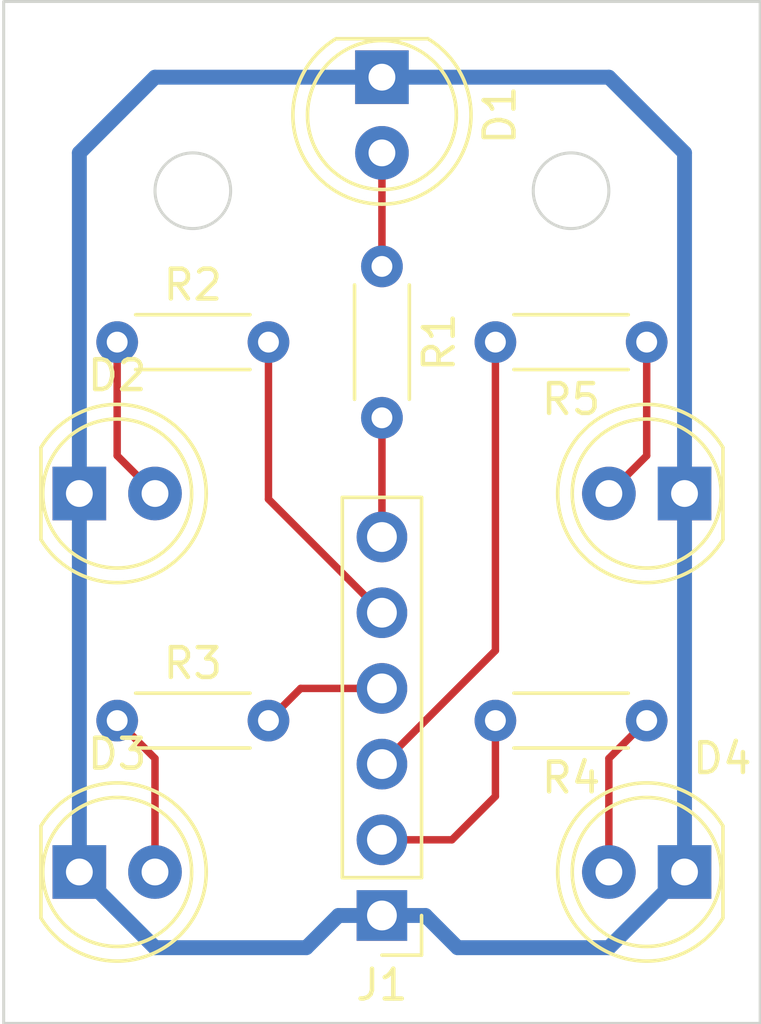
<source format=kicad_pcb>
(kicad_pcb (version 20221018) (generator pcbnew)
  (layers (0 "F.Cu" signal) (31 "B.Cu" signal) (34 "B.Paste" user) (35 "F.Paste" user) (36 "B.SilkS" user "B.Silkscreen") (37 "F.SilkS" user "F.Silkscreen") (38 "B.Mask" user) (39 "F.Mask" user) (44 "Edge.Cuts" user))
  (net 0 "")
  (net 1 "Net-(D1-A)")
  (net 2 "Net-(D2-A)")
  (net 3 "Net-(D3-A)")
  (net 4 "Net-(D4-A)")
  (net 5 "Net-(D5-A)")
  (net 6 "Net-(D1-K)")
  (net 7 "Net-(J1-Pin_2)")
  (net 8 "Net-(J1-Pin_3)")
  (net 9 "Net-(J1-Pin_4)")
  (net 10 "Net-(J1-Pin_5)")
  (net 11 "Net-(J1-Pin_6)")
  (footprint "Resistor_THT:R_Axial_DIN0204_L3.6mm_D1.6mm_P5.08mm_Horizontal" (layer "F.Cu") (at 101.6 55.88 -90)
    (fp_text reference "R1" (at 2.54 -1.92 90) (layer "F.SilkS"))
    (fp_text value "100")
    (fp_line (start 0.62 -0.92) (end 4.46 -0.92) (stroke (width 0.12)) (layer "F.SilkS"))
    (fp_line (start 0.62 0.92) (end 4.46 0.92) (stroke (width 0.12)) (layer "F.SilkS"))
    (pad "1" thru_hole circle (at 0 0 270) (size 1.4 1.4) (drill 0.7) (layers "*.Cu" "*.Mask") (net 1 "Net-(D1-A)"))
    (pad "2" thru_hole oval (at 5.08 0 270) (size 1.4 1.4) (drill 0.7) (layers "*.Cu" "*.Mask") (net 11 "Net-(J1-Pin_6)"))
  )
  (footprint "Resistor_THT:R_Axial_DIN0204_L3.6mm_D1.6mm_P5.08mm_Horizontal" (layer "F.Cu") (at 92.71 71.12)
    (fp_text reference "R3" (at 2.54 -1.92) (layer "F.SilkS"))
    (fp_text value "100")
    (fp_line (start 0.62 -0.92) (end 4.46 -0.92) (stroke (width 0.12)) (layer "F.SilkS"))
    (fp_line (start 0.62 0.92) (end 4.46 0.92) (stroke (width 0.12)) (layer "F.SilkS"))
    (pad "1" thru_hole circle (at 0 0) (size 1.4 1.4) (drill 0.7) (layers "*.Cu" "*.Mask") (net 3 "Net-(D3-A)"))
    (pad "2" thru_hole oval (at 5.08 0) (size 1.4 1.4) (drill 0.7) (layers "*.Cu" "*.Mask") (net 9 "Net-(J1-Pin_4)"))
  )
  (footprint "Resistor_THT:R_Axial_DIN0204_L3.6mm_D1.6mm_P5.08mm_Horizontal" (layer "F.Cu") (at 92.71 58.42)
    (fp_text reference "R2" (at 2.54 -1.92) (layer "F.SilkS"))
    (fp_text value "100")
    (fp_line (start 0.62 -0.92) (end 4.46 -0.92) (stroke (width 0.12)) (layer "F.SilkS"))
    (fp_line (start 0.62 0.92) (end 4.46 0.92) (stroke (width 0.12)) (layer "F.SilkS"))
    (pad "1" thru_hole circle (at 0 0) (size 1.4 1.4) (drill 0.7) (layers "*.Cu" "*.Mask") (net 2 "Net-(D2-A)"))
    (pad "2" thru_hole oval (at 5.08 0) (size 1.4 1.4) (drill 0.7) (layers "*.Cu" "*.Mask") (net 10 "Net-(J1-Pin_5)"))
  )
  (footprint "LED_THT:LED_D5.0mm_Clear" (layer "F.Cu") (at 101.6 49.53 -90)
    (fp_text reference "D1" (at 1.27 -3.96 90) (layer "F.SilkS"))
    (fp_text value "LED_red")
    (fp_line (start -1.29 -1.545) (end -1.29 1.545) (stroke (width 0.12)) (layer "F.SilkS"))
    (fp_arc (start -1.29 -1.54483) (mid 2.072002 -2.880433) (end 4.26 0.000462) (stroke (width 0.12)) (layer "F.SilkS"))
    (fp_arc (start 4.26 -0.000462) (mid 2.072002 2.880433) (end -1.29 1.54483) (stroke (width 0.12)) (layer "F.SilkS"))
    (fp_circle (center 1.27 0) (end 3.77 0) (stroke (width 0.12)) (fill none) (layer "F.SilkS"))
    (pad "1" thru_hole rect (at 0 0 270) (size 1.8 1.8) (drill 0.9) (layers "*.Cu" "*.Mask") (net 6 "Net-(D1-K)"))
    (pad "2" thru_hole circle (at 2.54 0 270) (size 1.8 1.8) (drill 0.9) (layers "*.Cu" "*.Mask") (net 1 "Net-(D1-A)"))
  )
  (footprint "Connector_PinHeader_2.54mm:PinHeader_1x06_P2.54mm_Vertical" (layer "F.Cu") (at 101.6 77.66 180)
    (fp_text reference "J1" (at 0 -2.33 180) (layer "F.SilkS"))
    (fp_text value "Screw_Terminal_01x06" hide)
    (fp_line (start -1.33 -1.33) (end 0 -1.33) (stroke (width 0.12)) (layer "F.SilkS"))
    (fp_line (start -1.33 0) (end -1.33 -1.33) (stroke (width 0.12)) (layer "F.SilkS"))
    (fp_line (start -1.33 1.27) (end -1.33 14.03) (stroke (width 0.12)) (layer "F.SilkS"))
    (fp_line (start -1.33 1.27) (end 1.33 1.27) (stroke (width 0.12)) (layer "F.SilkS"))
    (fp_line (start -1.33 14.03) (end 1.33 14.03) (stroke (width 0.12)) (layer "F.SilkS"))
    (fp_line (start 1.33 1.27) (end 1.33 14.03) (stroke (width 0.12)) (layer "F.SilkS"))
    (pad "1" thru_hole rect (at 0 0 180) (size 1.7 1.7) (drill 1) (layers "*.Cu" "*.Mask") (net 6 "Net-(D1-K)"))
    (pad "2" thru_hole oval (at 0 2.54 180) (size 1.7 1.7) (drill 1) (layers "*.Cu" "*.Mask") (net 7 "Net-(J1-Pin_2)"))
    (pad "3" thru_hole oval (at 0 5.08 180) (size 1.7 1.7) (drill 1) (layers "*.Cu" "*.Mask") (net 8 "Net-(J1-Pin_3)"))
    (pad "4" thru_hole oval (at 0 7.62 180) (size 1.7 1.7) (drill 1) (layers "*.Cu" "*.Mask") (net 9 "Net-(J1-Pin_4)"))
    (pad "5" thru_hole oval (at 0 10.16 180) (size 1.7 1.7) (drill 1) (layers "*.Cu" "*.Mask") (net 10 "Net-(J1-Pin_5)"))
    (pad "6" thru_hole oval (at 0 12.7 180) (size 1.7 1.7) (drill 1) (layers "*.Cu" "*.Mask") (net 11 "Net-(J1-Pin_6)"))
  )
  (footprint "Resistor_THT:R_Axial_DIN0204_L3.6mm_D1.6mm_P5.08mm_Horizontal" (layer "F.Cu") (at 110.49 71.12 180)
    (fp_text reference "R4" (at 2.54 -1.92) (layer "F.SilkS"))
    (fp_text value "100")
    (fp_line (start 0.62 -0.92) (end 4.46 -0.92) (stroke (width 0.12)) (layer "F.SilkS"))
    (fp_line (start 0.62 0.92) (end 4.46 0.92) (stroke (width 0.12)) (layer "F.SilkS"))
    (pad "1" thru_hole circle (at 0 0 180) (size 1.4 1.4) (drill 0.7) (layers "*.Cu" "*.Mask") (net 4 "Net-(D4-A)"))
    (pad "2" thru_hole oval (at 5.08 0 180) (size 1.4 1.4) (drill 0.7) (layers "*.Cu" "*.Mask") (net 7 "Net-(J1-Pin_2)"))
  )
  (footprint "LED_THT:LED_D5.0mm_Clear" (layer "F.Cu") (at 91.44 63.5)
    (fp_text reference "D2" (at 1.27 -3.96) (layer "F.SilkS"))
    (fp_text value "LED_yel")
    (fp_line (start -1.29 -1.545) (end -1.29 1.545) (stroke (width 0.12)) (layer "F.SilkS"))
    (fp_arc (start -1.29 -1.54483) (mid 2.072002 -2.880433) (end 4.26 0.000462) (stroke (width 0.12)) (layer "F.SilkS"))
    (fp_arc (start 4.26 -0.000462) (mid 2.072002 2.880433) (end -1.29 1.54483) (stroke (width 0.12)) (layer "F.SilkS"))
    (fp_circle (center 1.27 0) (end 3.77 0) (stroke (width 0.12)) (fill none) (layer "F.SilkS"))
    (pad "1" thru_hole rect (at 0 0) (size 1.8 1.8) (drill 0.9) (layers "*.Cu" "*.Mask") (net 6 "Net-(D1-K)"))
    (pad "2" thru_hole circle (at 2.54 0) (size 1.8 1.8) (drill 0.9) (layers "*.Cu" "*.Mask") (net 2 "Net-(D2-A)"))
  )
  (footprint "LED_THT:LED_D5.0mm_Clear" (layer "F.Cu") (at 111.76 63.5 180)
    (fp_text reference "D5" hide)
    (fp_text value "LED_white")
    (fp_line (start -1.29 -1.545) (end -1.29 1.545) (stroke (width 0.12)) (layer "F.SilkS"))
    (fp_arc (start -1.29 -1.54483) (mid 2.072002 -2.880433) (end 4.26 0.000462) (stroke (width 0.12)) (layer "F.SilkS"))
    (fp_arc (start 4.26 -0.000462) (mid 2.072002 2.880433) (end -1.29 1.54483) (stroke (width 0.12)) (layer "F.SilkS"))
    (fp_circle (center 1.27 0) (end 3.77 0) (stroke (width 0.12)) (fill none) (layer "F.SilkS"))
    (pad "1" thru_hole rect (at 0 0 180) (size 1.8 1.8) (drill 0.9) (layers "*.Cu" "*.Mask") (net 6 "Net-(D1-K)"))
    (pad "2" thru_hole circle (at 2.54 0 180) (size 1.8 1.8) (drill 0.9) (layers "*.Cu" "*.Mask") (net 5 "Net-(D5-A)"))
  )
  (footprint "LED_THT:LED_D5.0mm_Clear" (layer "F.Cu") (at 111.76 76.2 180)
    (fp_text reference "D4" (at -1.27 3.81) (layer "F.SilkS"))
    (fp_text value "LED_blue")
    (fp_line (start -1.29 -1.545) (end -1.29 1.545) (stroke (width 0.12)) (layer "F.SilkS"))
    (fp_arc (start -1.29 -1.54483) (mid 2.072002 -2.880433) (end 4.26 0.000462) (stroke (width 0.12)) (layer "F.SilkS"))
    (fp_arc (start 4.26 -0.000462) (mid 2.072002 2.880433) (end -1.29 1.54483) (stroke (width 0.12)) (layer "F.SilkS"))
    (fp_circle (center 1.27 0) (end 3.77 0) (stroke (width 0.12)) (fill none) (layer "F.SilkS"))
    (pad "1" thru_hole rect (at 0 0 180) (size 1.8 1.8) (drill 0.9) (layers "*.Cu" "*.Mask") (net 6 "Net-(D1-K)"))
    (pad "2" thru_hole circle (at 2.54 0 180) (size 1.8 1.8) (drill 0.9) (layers "*.Cu" "*.Mask") (net 4 "Net-(D4-A)"))
  )
  (footprint "Resistor_THT:R_Axial_DIN0204_L3.6mm_D1.6mm_P5.08mm_Horizontal" (layer "F.Cu") (at 110.49 58.42 180)
    (fp_text reference "R5" (at 2.54 -1.92 180) (layer "F.SilkS"))
    (fp_text value "100")
    (fp_line (start 0.62 -0.92) (end 4.46 -0.92) (stroke (width 0.12)) (layer "F.SilkS"))
    (fp_line (start 0.62 0.92) (end 4.46 0.92) (stroke (width 0.12)) (layer "F.SilkS"))
    (pad "1" thru_hole circle (at 0 0 180) (size 1.4 1.4) (drill 0.7) (layers "*.Cu" "*.Mask") (net 5 "Net-(D5-A)"))
    (pad "2" thru_hole oval (at 5.08 0 180) (size 1.4 1.4) (drill 0.7) (layers "*.Cu" "*.Mask") (net 8 "Net-(J1-Pin_3)"))
  )
  (footprint "LED_THT:LED_D5.0mm_Clear" (layer "F.Cu") (at 91.44 76.2)
    (fp_text reference "D3" (at 1.27 -3.96) (layer "F.SilkS"))
    (fp_text value "LED_green")
    (fp_line (start -1.29 -1.545) (end -1.29 1.545) (stroke (width 0.12)) (layer "F.SilkS"))
    (fp_arc (start -1.29 -1.54483) (mid 2.072002 -2.880433) (end 4.26 0.000462) (stroke (width 0.12)) (layer "F.SilkS"))
    (fp_arc (start 4.26 -0.000462) (mid 2.072002 2.880433) (end -1.29 1.54483) (stroke (width 0.12)) (layer "F.SilkS"))
    (fp_circle (center 1.27 0) (end 3.77 0) (stroke (width 0.12)) (fill none) (layer "F.SilkS"))
    (pad "1" thru_hole rect (at 0 0) (size 1.8 1.8) (drill 0.9) (layers "*.Cu" "*.Mask") (net 6 "Net-(D1-K)"))
    (pad "2" thru_hole circle (at 2.54 0) (size 1.8 1.8) (drill 0.9) (layers "*.Cu" "*.Mask") (net 3 "Net-(D3-A)"))
  )
  (gr_circle (center 107.95 53.34) (end 109.22 53.34) (stroke (width 0.1)) (fill none) (layer "Edge.Cuts"))
  (gr_circle (center 95.25 53.34) (end 93.98 53.34) (stroke (width 0.1)) (fill none) (layer "Edge.Cuts"))
  (gr_rect (start 88.9 46.99) (end 114.3 81.28) (stroke (width 0.1)) (fill none) (layer "Edge.Cuts"))
  (segment (start 101.6 52.07) (end 101.6 55.88) (width 0.25) (layer "F.Cu") (net 1))
  (segment (start 93.98 63.5) (end 92.71 62.23) (width 0.25) (layer "F.Cu") (net 2))
  (segment (start 92.71 62.23) (end 92.71 58.42) (width 0.25) (layer "F.Cu") (net 2))
  (segment (start 92.71 71.12) (end 93.98 72.39) (width 0.25) (layer "F.Cu") (net 3))
  (segment (start 93.98 72.39) (end 93.98 76.2) (width 0.25) (layer "F.Cu") (net 3))
  (segment (start 110.49 71.12) (end 109.22 72.39) (width 0.25) (layer "F.Cu") (net 4))
  (segment (start 109.22 72.39) (end 109.22 76.2) (width 0.25) (layer "F.Cu") (net 4))
  (segment (start 110.49 62.23) (end 110.49 58.42) (width 0.25) (layer "F.Cu") (net 5))
  (segment (start 109.22 63.5) (end 110.49 62.23) (width 0.25) (layer "F.Cu") (net 5))
  (segment (start 91.44 76.2) (end 93.98 78.74) (width 0.5) (layer "B.Cu") (net 6))
  (segment (start 100.14 77.66) (end 101.6 77.66) (width 0.5) (layer "B.Cu") (net 6))
  (segment (start 101.6 49.53) (end 93.98 49.53) (width 0.5) (layer "B.Cu") (net 6))
  (segment (start 91.44 52.07) (end 91.44 63.5) (width 0.5) (layer "B.Cu") (net 6))
  (segment (start 103.06 77.66) (end 104.14 78.74) (width 0.5) (layer "B.Cu") (net 6))
  (segment (start 109.22 78.74) (end 111.76 76.2) (width 0.5) (layer "B.Cu") (net 6))
  (segment (start 111.76 63.5) (end 111.76 52.07) (width 0.5) (layer "B.Cu") (net 6))
  (segment (start 111.76 52.07) (end 109.22 49.53) (width 0.5) (layer "B.Cu") (net 6))
  (segment (start 109.22 49.53) (end 101.6 49.53) (width 0.5) (layer "B.Cu") (net 6))
  (segment (start 93.98 78.74) (end 99.06 78.74) (width 0.5) (layer "B.Cu") (net 6))
  (segment (start 91.44 63.5) (end 91.44 76.2) (width 0.5) (layer "B.Cu") (net 6))
  (segment (start 111.76 76.2) (end 111.76 63.5) (width 0.5) (layer "B.Cu") (net 6))
  (segment (start 104.14 78.74) (end 109.22 78.74) (width 0.5) (layer "B.Cu") (net 6))
  (segment (start 101.6 77.66) (end 103.06 77.66) (width 0.5) (layer "B.Cu") (net 6))
  (segment (start 99.06 78.74) (end 100.14 77.66) (width 0.5) (layer "B.Cu") (net 6))
  (segment (start 93.98 49.53) (end 91.44 52.07) (width 0.5) (layer "B.Cu") (net 6))
  (segment (start 103.95 75.12) (end 105.41 73.66) (width 0.25) (layer "F.Cu") (net 7))
  (segment (start 105.41 73.66) (end 105.41 71.12) (width 0.25) (layer "F.Cu") (net 7))
  (segment (start 101.6 75.12) (end 103.95 75.12) (width 0.25) (layer "F.Cu") (net 7))
  (segment (start 105.41 58.42) (end 105.41 68.77) (width 0.25) (layer "F.Cu") (net 8))
  (segment (start 105.41 68.77) (end 101.6 72.58) (width 0.25) (layer "F.Cu") (net 8))
  (segment (start 98.87 70.04) (end 97.79 71.12) (width 0.25) (layer "F.Cu") (net 9))
  (segment (start 101.6 70.04) (end 98.87 70.04) (width 0.25) (layer "F.Cu") (net 9))
  (segment (start 97.79 58.42) (end 97.79 63.69) (width 0.25) (layer "F.Cu") (net 10))
  (segment (start 97.79 63.69) (end 101.6 67.5) (width 0.25) (layer "F.Cu") (net 10))
  (segment (start 101.6 60.96) (end 101.6 64.96) (width 0.25) (layer "F.Cu") (net 11))
)
</source>
